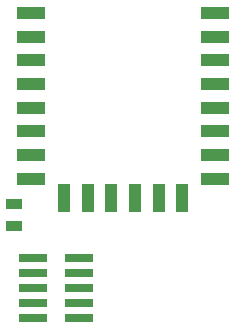
<source format=gtp>
G04 #@! TF.FileFunction,Paste,Top*
%FSLAX46Y46*%
G04 Gerber Fmt 4.6, Leading zero omitted, Abs format (unit mm)*
G04 Created by KiCad (PCBNEW 4.0.1-stable) date 2/6/2016 5:06:47 PM*
%MOMM*%
G01*
G04 APERTURE LIST*
%ADD10C,0.100000*%
%ADD11R,2.400000X1.000000*%
%ADD12R,1.000000X2.400000*%
%ADD13R,1.397000X0.889000*%
%ADD14R,2.400000X0.760000*%
G04 APERTURE END LIST*
D10*
D11*
X151310000Y-90180000D03*
X151310000Y-92180000D03*
X151310000Y-94180000D03*
X151310000Y-96180000D03*
X151310000Y-98180000D03*
X151310000Y-100180000D03*
X151310000Y-102180000D03*
X151310000Y-104180000D03*
D12*
X138510000Y-105780000D03*
X140510000Y-105780000D03*
X142510000Y-105780000D03*
X144510000Y-105780000D03*
X146510000Y-105780000D03*
X148510000Y-105780000D03*
D11*
X135710000Y-90180000D03*
X135710000Y-92180000D03*
X135710000Y-94180000D03*
X135710000Y-96180000D03*
X135710000Y-98180000D03*
X135710000Y-100180000D03*
X135710000Y-102180000D03*
X135710000Y-104180000D03*
D13*
X134250000Y-106297500D03*
X134250000Y-108202500D03*
D14*
X139745000Y-115951000D03*
X135845000Y-115951000D03*
X139745000Y-114681000D03*
X135845000Y-114681000D03*
X135845000Y-110871000D03*
X139745000Y-110871000D03*
X135845000Y-112141000D03*
X139745000Y-112141000D03*
X135845000Y-113411000D03*
X139745000Y-113411000D03*
M02*

</source>
